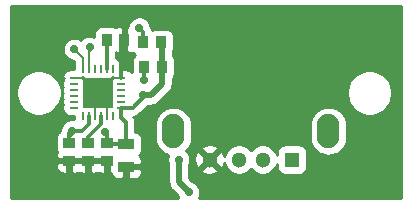
<source format=gtl>
G04 #@! TF.GenerationSoftware,KiCad,Pcbnew,5.1.9-73d0e3b20d~88~ubuntu18.04.1*
G04 #@! TF.CreationDate,2021-03-21T21:20:43-07:00*
G04 #@! TF.ProjectId,accelgyro_mpu6050_d2br2,61636365-6c67-4797-926f-5f6d70753630,rev?*
G04 #@! TF.SameCoordinates,Original*
G04 #@! TF.FileFunction,Copper,L1,Top*
G04 #@! TF.FilePolarity,Positive*
%FSLAX46Y46*%
G04 Gerber Fmt 4.6, Leading zero omitted, Abs format (unit mm)*
G04 Created by KiCad (PCBNEW 5.1.9-73d0e3b20d~88~ubuntu18.04.1) date 2021-03-21 21:20:43*
%MOMM*%
%LPD*%
G01*
G04 APERTURE LIST*
G04 #@! TA.AperFunction,ComponentPad*
%ADD10R,1.300000X1.300000*%
G04 #@! TD*
G04 #@! TA.AperFunction,ComponentPad*
%ADD11C,1.300000*%
G04 #@! TD*
G04 #@! TA.AperFunction,ComponentPad*
%ADD12O,1.900000X2.900000*%
G04 #@! TD*
G04 #@! TA.AperFunction,SMDPad,CuDef*
%ADD13R,1.000760X0.899160*%
G04 #@! TD*
G04 #@! TA.AperFunction,SMDPad,CuDef*
%ADD14R,0.899160X1.000760*%
G04 #@! TD*
G04 #@! TA.AperFunction,SMDPad,CuDef*
%ADD15R,2.499360X2.499360*%
G04 #@! TD*
G04 #@! TA.AperFunction,SMDPad,CuDef*
%ADD16O,0.800100X0.248920*%
G04 #@! TD*
G04 #@! TA.AperFunction,SMDPad,CuDef*
%ADD17O,0.248920X0.800100*%
G04 #@! TD*
G04 #@! TA.AperFunction,ComponentPad*
%ADD18C,0.600000*%
G04 #@! TD*
G04 #@! TA.AperFunction,SMDPad,CuDef*
%ADD19R,1.397000X0.889000*%
G04 #@! TD*
G04 #@! TA.AperFunction,ViaPad*
%ADD20C,0.700000*%
G04 #@! TD*
G04 #@! TA.AperFunction,Conductor*
%ADD21C,0.300000*%
G04 #@! TD*
G04 #@! TA.AperFunction,Conductor*
%ADD22C,0.200000*%
G04 #@! TD*
G04 #@! TA.AperFunction,Conductor*
%ADD23C,0.500000*%
G04 #@! TD*
G04 #@! TA.AperFunction,Conductor*
%ADD24C,0.254000*%
G04 #@! TD*
G04 #@! TA.AperFunction,Conductor*
%ADD25C,0.150000*%
G04 #@! TD*
G04 APERTURE END LIST*
D10*
X159456000Y-105648000D03*
D11*
X156956000Y-105648000D03*
X154956000Y-105648000D03*
X152456000Y-105648000D03*
D12*
X162526000Y-103248000D03*
X149386000Y-103248000D03*
D13*
X140600000Y-105751840D03*
X140600000Y-104248160D03*
D14*
X145251840Y-95500000D03*
X143748160Y-95500000D03*
D13*
X142200000Y-105751840D03*
X142200000Y-104248160D03*
X143800000Y-105751840D03*
X143800000Y-104248160D03*
D15*
X143000000Y-100000000D03*
D16*
X141001020Y-98750320D03*
X141001020Y-99250700D03*
X141001020Y-99751080D03*
X141001020Y-100248920D03*
X141001020Y-100749300D03*
X141001020Y-101249680D03*
D17*
X141750320Y-101998980D03*
X142250700Y-101998980D03*
X142751080Y-101998980D03*
X143248920Y-101998980D03*
X143749300Y-101998980D03*
X144249680Y-101998980D03*
D16*
X144998980Y-101249680D03*
X144998980Y-100749300D03*
X144998980Y-100248920D03*
X144998980Y-99751080D03*
X144998980Y-99250700D03*
X144998980Y-98750320D03*
D17*
X144249680Y-98001020D03*
X143749300Y-98001020D03*
X143248920Y-98001020D03*
X142751080Y-98001020D03*
X142250700Y-98001020D03*
X141750320Y-98001020D03*
D18*
X143000000Y-100000000D03*
X143762000Y-99238000D03*
X142238000Y-99238000D03*
X143762000Y-100762000D03*
X142238000Y-100762000D03*
D19*
X145400000Y-104347500D03*
X145400000Y-106252500D03*
D14*
X146948160Y-97800000D03*
X148451840Y-97800000D03*
X148351840Y-95700000D03*
X146848160Y-95700000D03*
D20*
X142300000Y-96150000D03*
X146900000Y-98900000D03*
X141000000Y-96300000D03*
X146500000Y-94500000D03*
X146800000Y-100200000D03*
X143600000Y-103300000D03*
X140800000Y-103200000D03*
X149860000Y-105664000D03*
X150680000Y-108400000D03*
D21*
X144249680Y-98750320D02*
X143000000Y-100000000D01*
X141750320Y-98750320D02*
X143000000Y-100000000D01*
D22*
X143149250Y-100000000D02*
X143000000Y-100000000D01*
X144398930Y-98750320D02*
X143149250Y-100000000D01*
X144998980Y-98750320D02*
X144398930Y-98750320D01*
X141750320Y-98750320D02*
X142238000Y-99238000D01*
X141001020Y-98750320D02*
X141750320Y-98750320D01*
X142751080Y-100248920D02*
X143000000Y-100000000D01*
X142751080Y-101998980D02*
X142751080Y-100248920D01*
X143749300Y-100749300D02*
X143000000Y-100000000D01*
X143749300Y-101998980D02*
X143749300Y-100749300D01*
D23*
X145400000Y-107197000D02*
X145400000Y-106252500D01*
X145400000Y-107197000D02*
X145147000Y-107450000D01*
X143800000Y-107200000D02*
X143800000Y-105751840D01*
X144050000Y-107450000D02*
X143800000Y-107200000D01*
X144550000Y-107450000D02*
X144050000Y-107450000D01*
X145147000Y-107450000D02*
X144550000Y-107450000D01*
X142200000Y-107200000D02*
X142200000Y-105751840D01*
X142450000Y-107450000D02*
X142200000Y-107200000D01*
X143300000Y-107450000D02*
X142450000Y-107450000D01*
X143300000Y-107450000D02*
X141250000Y-107450000D01*
X144550000Y-107450000D02*
X143300000Y-107450000D01*
X140600000Y-106800000D02*
X140600000Y-105751840D01*
X141250000Y-107450000D02*
X140600000Y-106800000D01*
D21*
X144998980Y-95752860D02*
X145251840Y-95500000D01*
X144998980Y-98750320D02*
X144998980Y-95752860D01*
D22*
X142300000Y-96150000D02*
X142250700Y-96899300D01*
X142250700Y-96899300D02*
X142250700Y-98001020D01*
D21*
X146948160Y-97800000D02*
X146900000Y-98900000D01*
D22*
X141000000Y-96300000D02*
X141750320Y-97050320D01*
X141750320Y-97050320D02*
X141750320Y-98001020D01*
D21*
X146848160Y-95700000D02*
X146848160Y-94848160D01*
X146848160Y-94848160D02*
X146500000Y-94500000D01*
X140600000Y-104248160D02*
X140600000Y-103400000D01*
X143800000Y-103500000D02*
X143800000Y-104248160D01*
X143600000Y-103300000D02*
X143800000Y-103500000D01*
X140600000Y-103400000D02*
X140800000Y-103200000D01*
X144998980Y-101249680D02*
X145950320Y-101249680D01*
X145950320Y-101249680D02*
X146900000Y-100300000D01*
X140600000Y-103700000D02*
X140600000Y-104248160D01*
X141100000Y-103200000D02*
X140600000Y-103700000D01*
X141700000Y-103200000D02*
X141100000Y-103200000D01*
X142250700Y-102649300D02*
X141700000Y-103200000D01*
X142250700Y-101998980D02*
X142250700Y-102649300D01*
X143899340Y-104347500D02*
X143800000Y-104248160D01*
X145400000Y-104347500D02*
X143899340Y-104347500D01*
X145400000Y-102500000D02*
X145400000Y-104347500D01*
X144998980Y-102098980D02*
X145400000Y-102500000D01*
X144998980Y-101249680D02*
X144998980Y-102098980D01*
D23*
X146800000Y-100200000D02*
X147500000Y-100200000D01*
X148451840Y-99248160D02*
X148451840Y-97800000D01*
X147500000Y-100200000D02*
X148451840Y-99248160D01*
X148451840Y-95800000D02*
X148351840Y-95700000D01*
X148451840Y-97800000D02*
X148451840Y-95800000D01*
D21*
X143749300Y-95501140D02*
X143748160Y-95500000D01*
X143749300Y-98001020D02*
X143749300Y-95501140D01*
X142200000Y-103700000D02*
X142200000Y-104248160D01*
X143248920Y-102651080D02*
X142200000Y-103700000D01*
X143248920Y-101998980D02*
X143248920Y-102651080D01*
D23*
X149860000Y-107580000D02*
X150680000Y-108400000D01*
X149860000Y-105664000D02*
X149860000Y-107580000D01*
D24*
X168673000Y-108873000D02*
X151538979Y-108873000D01*
X151545806Y-108862783D01*
X151619454Y-108684980D01*
X151657000Y-108496226D01*
X151657000Y-108303774D01*
X151619454Y-108115020D01*
X151545806Y-107937217D01*
X151438885Y-107777199D01*
X151302801Y-107641115D01*
X151142783Y-107534194D01*
X150992006Y-107471741D01*
X150737000Y-107216735D01*
X150737000Y-106533527D01*
X151750078Y-106533527D01*
X151803466Y-106762201D01*
X152033374Y-106868095D01*
X152279524Y-106927102D01*
X152532455Y-106936952D01*
X152782449Y-106897270D01*
X153019896Y-106809578D01*
X153108534Y-106762201D01*
X153161922Y-106533527D01*
X152456000Y-105827605D01*
X151750078Y-106533527D01*
X150737000Y-106533527D01*
X150737000Y-106099758D01*
X150799454Y-105948980D01*
X150837000Y-105760226D01*
X150837000Y-105724455D01*
X151167048Y-105724455D01*
X151206730Y-105974449D01*
X151294422Y-106211896D01*
X151341799Y-106300534D01*
X151570473Y-106353922D01*
X152276395Y-105648000D01*
X152635605Y-105648000D01*
X153341527Y-106353922D01*
X153570201Y-106300534D01*
X153676095Y-106070626D01*
X153709953Y-105929386D01*
X153728074Y-106020487D01*
X153824337Y-106252886D01*
X153964089Y-106462040D01*
X154141960Y-106639911D01*
X154351114Y-106779663D01*
X154583513Y-106875926D01*
X154830226Y-106925000D01*
X155081774Y-106925000D01*
X155328487Y-106875926D01*
X155560886Y-106779663D01*
X155770040Y-106639911D01*
X155947911Y-106462040D01*
X155956000Y-106449934D01*
X155964089Y-106462040D01*
X156141960Y-106639911D01*
X156351114Y-106779663D01*
X156583513Y-106875926D01*
X156830226Y-106925000D01*
X157081774Y-106925000D01*
X157328487Y-106875926D01*
X157560886Y-106779663D01*
X157770040Y-106639911D01*
X157947911Y-106462040D01*
X158087663Y-106252886D01*
X158175967Y-106039702D01*
X158175967Y-106298000D01*
X158188073Y-106420913D01*
X158223925Y-106539103D01*
X158282147Y-106648028D01*
X158360499Y-106743501D01*
X158455972Y-106821853D01*
X158564897Y-106880075D01*
X158683087Y-106915927D01*
X158806000Y-106928033D01*
X160106000Y-106928033D01*
X160228913Y-106915927D01*
X160347103Y-106880075D01*
X160456028Y-106821853D01*
X160551501Y-106743501D01*
X160629853Y-106648028D01*
X160688075Y-106539103D01*
X160723927Y-106420913D01*
X160736033Y-106298000D01*
X160736033Y-104998000D01*
X160723927Y-104875087D01*
X160688075Y-104756897D01*
X160629853Y-104647972D01*
X160551501Y-104552499D01*
X160456028Y-104474147D01*
X160347103Y-104415925D01*
X160228913Y-104380073D01*
X160106000Y-104367967D01*
X158806000Y-104367967D01*
X158683087Y-104380073D01*
X158564897Y-104415925D01*
X158455972Y-104474147D01*
X158360499Y-104552499D01*
X158282147Y-104647972D01*
X158223925Y-104756897D01*
X158188073Y-104875087D01*
X158175967Y-104998000D01*
X158175967Y-105256298D01*
X158087663Y-105043114D01*
X157947911Y-104833960D01*
X157770040Y-104656089D01*
X157560886Y-104516337D01*
X157328487Y-104420074D01*
X157081774Y-104371000D01*
X156830226Y-104371000D01*
X156583513Y-104420074D01*
X156351114Y-104516337D01*
X156141960Y-104656089D01*
X155964089Y-104833960D01*
X155956000Y-104846066D01*
X155947911Y-104833960D01*
X155770040Y-104656089D01*
X155560886Y-104516337D01*
X155328487Y-104420074D01*
X155081774Y-104371000D01*
X154830226Y-104371000D01*
X154583513Y-104420074D01*
X154351114Y-104516337D01*
X154141960Y-104656089D01*
X153964089Y-104833960D01*
X153824337Y-105043114D01*
X153728074Y-105275513D01*
X153711327Y-105359708D01*
X153705270Y-105321551D01*
X153617578Y-105084104D01*
X153570201Y-104995466D01*
X153341527Y-104942078D01*
X152635605Y-105648000D01*
X152276395Y-105648000D01*
X151570473Y-104942078D01*
X151341799Y-104995466D01*
X151235905Y-105225374D01*
X151176898Y-105471524D01*
X151167048Y-105724455D01*
X150837000Y-105724455D01*
X150837000Y-105567774D01*
X150799454Y-105379020D01*
X150725806Y-105201217D01*
X150618885Y-105041199D01*
X150482801Y-104905115D01*
X150471275Y-104897414D01*
X150506503Y-104868503D01*
X150593519Y-104762473D01*
X151750078Y-104762473D01*
X152456000Y-105468395D01*
X153161922Y-104762473D01*
X153108534Y-104533799D01*
X152878626Y-104427905D01*
X152632476Y-104368898D01*
X152379545Y-104359048D01*
X152129551Y-104398730D01*
X151892104Y-104486422D01*
X151803466Y-104533799D01*
X151750078Y-104762473D01*
X150593519Y-104762473D01*
X150703572Y-104628373D01*
X150850007Y-104354412D01*
X150940182Y-104057146D01*
X150963000Y-103825469D01*
X150963000Y-102670532D01*
X160949000Y-102670532D01*
X160949000Y-103825469D01*
X160971818Y-104057146D01*
X161061993Y-104354412D01*
X161208428Y-104628373D01*
X161405498Y-104868503D01*
X161645628Y-105065572D01*
X161919589Y-105212007D01*
X162216855Y-105302182D01*
X162526000Y-105332630D01*
X162835146Y-105302182D01*
X163132412Y-105212007D01*
X163406373Y-105065572D01*
X163646503Y-104868503D01*
X163843572Y-104628373D01*
X163990007Y-104354412D01*
X164080182Y-104057146D01*
X164103000Y-103825469D01*
X164103000Y-102670531D01*
X164080182Y-102438854D01*
X163990007Y-102141588D01*
X163843572Y-101867627D01*
X163646503Y-101627497D01*
X163406372Y-101430428D01*
X163132411Y-101283993D01*
X162835145Y-101193818D01*
X162526000Y-101163370D01*
X162216854Y-101193818D01*
X161919588Y-101283993D01*
X161645627Y-101430428D01*
X161405497Y-101627497D01*
X161208428Y-101867628D01*
X161061993Y-102141589D01*
X160971818Y-102438855D01*
X160949000Y-102670532D01*
X150963000Y-102670532D01*
X150963000Y-102670531D01*
X150940182Y-102438854D01*
X150850007Y-102141588D01*
X150703572Y-101867627D01*
X150506503Y-101627497D01*
X150266373Y-101430428D01*
X149992412Y-101283993D01*
X149695146Y-101193818D01*
X149386000Y-101163370D01*
X149076855Y-101193818D01*
X148779589Y-101283993D01*
X148505628Y-101430428D01*
X148265498Y-101627497D01*
X148068428Y-101867627D01*
X147921993Y-102141588D01*
X147831818Y-102438854D01*
X147809000Y-102670531D01*
X147809000Y-103825468D01*
X147831818Y-104057145D01*
X147921993Y-104354411D01*
X148068428Y-104628372D01*
X148265497Y-104868503D01*
X148505627Y-105065572D01*
X148779588Y-105212007D01*
X148966268Y-105268636D01*
X148920546Y-105379020D01*
X148883000Y-105567774D01*
X148883000Y-105760226D01*
X148920546Y-105948980D01*
X148983000Y-106099759D01*
X148983001Y-107536911D01*
X148978757Y-107580000D01*
X148995690Y-107751922D01*
X149045838Y-107917236D01*
X149127274Y-108069592D01*
X149209406Y-108169671D01*
X149209409Y-108169674D01*
X149236868Y-108203133D01*
X149270327Y-108230592D01*
X149751741Y-108712006D01*
X149814194Y-108862783D01*
X149821021Y-108873000D01*
X135677000Y-108873000D01*
X135677000Y-106201420D01*
X139461548Y-106201420D01*
X139473808Y-106325902D01*
X139510118Y-106445600D01*
X139569083Y-106555914D01*
X139648435Y-106652605D01*
X139745126Y-106731957D01*
X139855440Y-106790922D01*
X139975138Y-106827232D01*
X140099620Y-106839492D01*
X140314250Y-106836420D01*
X140473000Y-106677670D01*
X140473000Y-105878840D01*
X140727000Y-105878840D01*
X140727000Y-106677670D01*
X140885750Y-106836420D01*
X141100380Y-106839492D01*
X141224862Y-106827232D01*
X141344560Y-106790922D01*
X141400000Y-106761288D01*
X141455440Y-106790922D01*
X141575138Y-106827232D01*
X141699620Y-106839492D01*
X141914250Y-106836420D01*
X142073000Y-106677670D01*
X142073000Y-105878840D01*
X142327000Y-105878840D01*
X142327000Y-106677670D01*
X142485750Y-106836420D01*
X142700380Y-106839492D01*
X142824862Y-106827232D01*
X142944560Y-106790922D01*
X143000000Y-106761288D01*
X143055440Y-106790922D01*
X143175138Y-106827232D01*
X143299620Y-106839492D01*
X143514250Y-106836420D01*
X143673000Y-106677670D01*
X143673000Y-105878840D01*
X142327000Y-105878840D01*
X142073000Y-105878840D01*
X140727000Y-105878840D01*
X140473000Y-105878840D01*
X139623370Y-105878840D01*
X139464620Y-106037590D01*
X139461548Y-106201420D01*
X135677000Y-106201420D01*
X135677000Y-105302260D01*
X139461548Y-105302260D01*
X139464620Y-105466090D01*
X139623370Y-105624840D01*
X140473000Y-105624840D01*
X140473000Y-105604840D01*
X140727000Y-105604840D01*
X140727000Y-105624840D01*
X142073000Y-105624840D01*
X142073000Y-105604840D01*
X142327000Y-105604840D01*
X142327000Y-105624840D01*
X143673000Y-105624840D01*
X143673000Y-105604840D01*
X143927000Y-105604840D01*
X143927000Y-105624840D01*
X143947000Y-105624840D01*
X143947000Y-105878840D01*
X143927000Y-105878840D01*
X143927000Y-106677670D01*
X144077811Y-106828481D01*
X144111998Y-106941180D01*
X144170963Y-107051494D01*
X144250315Y-107148185D01*
X144347006Y-107227537D01*
X144457320Y-107286502D01*
X144577018Y-107322812D01*
X144701500Y-107335072D01*
X145114250Y-107332000D01*
X145273000Y-107173250D01*
X145273000Y-106379500D01*
X145527000Y-106379500D01*
X145527000Y-107173250D01*
X145685750Y-107332000D01*
X146098500Y-107335072D01*
X146222982Y-107322812D01*
X146342680Y-107286502D01*
X146452994Y-107227537D01*
X146549685Y-107148185D01*
X146629037Y-107051494D01*
X146688002Y-106941180D01*
X146724312Y-106821482D01*
X146736572Y-106697000D01*
X146733500Y-106538250D01*
X146574750Y-106379500D01*
X145527000Y-106379500D01*
X145273000Y-106379500D01*
X145253000Y-106379500D01*
X145253000Y-106125500D01*
X145273000Y-106125500D01*
X145273000Y-106105500D01*
X145527000Y-106105500D01*
X145527000Y-106125500D01*
X146574750Y-106125500D01*
X146733500Y-105966750D01*
X146736572Y-105808000D01*
X146724312Y-105683518D01*
X146688002Y-105563820D01*
X146629037Y-105453506D01*
X146549685Y-105356815D01*
X146474150Y-105294825D01*
X146544001Y-105237501D01*
X146622353Y-105142028D01*
X146680575Y-105033103D01*
X146716427Y-104914913D01*
X146728533Y-104792000D01*
X146728533Y-103903000D01*
X146716427Y-103780087D01*
X146680575Y-103661897D01*
X146622353Y-103552972D01*
X146544001Y-103457499D01*
X146448528Y-103379147D01*
X146339603Y-103320925D01*
X146221413Y-103285073D01*
X146177000Y-103280699D01*
X146177000Y-102538163D01*
X146180759Y-102500000D01*
X146174959Y-102441115D01*
X146165757Y-102347681D01*
X146121327Y-102201216D01*
X146049177Y-102066234D01*
X146014605Y-102024108D01*
X146102639Y-102015437D01*
X146249104Y-101971007D01*
X146384086Y-101898857D01*
X146502400Y-101801760D01*
X146526732Y-101772111D01*
X147212005Y-101086839D01*
X147235758Y-101077000D01*
X147456921Y-101077000D01*
X147500000Y-101081243D01*
X147543079Y-101077000D01*
X147671922Y-101064310D01*
X147837237Y-101014162D01*
X147989592Y-100932727D01*
X148123133Y-100823133D01*
X148150596Y-100789669D01*
X149041515Y-99898751D01*
X149074973Y-99871293D01*
X149125104Y-99810207D01*
X164073000Y-99810207D01*
X164073000Y-100189793D01*
X164147053Y-100562085D01*
X164292315Y-100912777D01*
X164503201Y-101228391D01*
X164771609Y-101496799D01*
X165087223Y-101707685D01*
X165437915Y-101852947D01*
X165810207Y-101927000D01*
X166189793Y-101927000D01*
X166562085Y-101852947D01*
X166912777Y-101707685D01*
X167228391Y-101496799D01*
X167496799Y-101228391D01*
X167707685Y-100912777D01*
X167852947Y-100562085D01*
X167927000Y-100189793D01*
X167927000Y-99810207D01*
X167852947Y-99437915D01*
X167707685Y-99087223D01*
X167496799Y-98771609D01*
X167228391Y-98503201D01*
X166912777Y-98292315D01*
X166562085Y-98147053D01*
X166189793Y-98073000D01*
X165810207Y-98073000D01*
X165437915Y-98147053D01*
X165087223Y-98292315D01*
X164771609Y-98503201D01*
X164503201Y-98771609D01*
X164292315Y-99087223D01*
X164147053Y-99437915D01*
X164073000Y-99810207D01*
X149125104Y-99810207D01*
X149184567Y-99737752D01*
X149266002Y-99585397D01*
X149301835Y-99467273D01*
X149316150Y-99420083D01*
X149333083Y-99248161D01*
X149328840Y-99205081D01*
X149328840Y-98760720D01*
X149346921Y-98745881D01*
X149425273Y-98650408D01*
X149483495Y-98541483D01*
X149519347Y-98423293D01*
X149531453Y-98300380D01*
X149531453Y-97299620D01*
X149519347Y-97176707D01*
X149483495Y-97058517D01*
X149425273Y-96949592D01*
X149346921Y-96854119D01*
X149328840Y-96839280D01*
X149328840Y-96543735D01*
X149383495Y-96441483D01*
X149419347Y-96323293D01*
X149431453Y-96200380D01*
X149431453Y-95199620D01*
X149419347Y-95076707D01*
X149383495Y-94958517D01*
X149325273Y-94849592D01*
X149246921Y-94754119D01*
X149151448Y-94675767D01*
X149042523Y-94617545D01*
X148924333Y-94581693D01*
X148801420Y-94569587D01*
X147902260Y-94569587D01*
X147779347Y-94581693D01*
X147661157Y-94617545D01*
X147600071Y-94650196D01*
X147569487Y-94549376D01*
X147526569Y-94469083D01*
X147497338Y-94414395D01*
X147473282Y-94385083D01*
X147439454Y-94215020D01*
X147365806Y-94037217D01*
X147258885Y-93877199D01*
X147122801Y-93741115D01*
X146962783Y-93634194D01*
X146784980Y-93560546D01*
X146596226Y-93523000D01*
X146403774Y-93523000D01*
X146215020Y-93560546D01*
X146037217Y-93634194D01*
X145877199Y-93741115D01*
X145741115Y-93877199D01*
X145634194Y-94037217D01*
X145560546Y-94215020D01*
X145529099Y-94373111D01*
X145378840Y-94523370D01*
X145378840Y-95373000D01*
X145398840Y-95373000D01*
X145398840Y-95627000D01*
X145378840Y-95627000D01*
X145378840Y-96476630D01*
X145537590Y-96635380D01*
X145701420Y-96638452D01*
X145825902Y-96626192D01*
X145914792Y-96599228D01*
X145953079Y-96645881D01*
X146048552Y-96724233D01*
X146147137Y-96776928D01*
X146053079Y-96854119D01*
X145974727Y-96949592D01*
X145916505Y-97058517D01*
X145880653Y-97176707D01*
X145868547Y-97299620D01*
X145868547Y-98265494D01*
X145802100Y-98189409D01*
X145682535Y-98097271D01*
X145547293Y-98030229D01*
X145401570Y-97990860D01*
X145001140Y-97990860D01*
X145001140Y-97688523D01*
X144990266Y-97578118D01*
X144947297Y-97436468D01*
X144877519Y-97305922D01*
X144783613Y-97191497D01*
X144669188Y-97097591D01*
X144538642Y-97027813D01*
X144526300Y-97024069D01*
X144526300Y-96572895D01*
X144558080Y-96589882D01*
X144677778Y-96626192D01*
X144802260Y-96638452D01*
X144966090Y-96635380D01*
X145124840Y-96476630D01*
X145124840Y-95627000D01*
X145104840Y-95627000D01*
X145104840Y-95373000D01*
X145124840Y-95373000D01*
X145124840Y-94523370D01*
X144966090Y-94364620D01*
X144802260Y-94361548D01*
X144677778Y-94373808D01*
X144558080Y-94410118D01*
X144491514Y-94445699D01*
X144438843Y-94417545D01*
X144320653Y-94381693D01*
X144197740Y-94369587D01*
X143298580Y-94369587D01*
X143175667Y-94381693D01*
X143057477Y-94417545D01*
X142948552Y-94475767D01*
X142853079Y-94554119D01*
X142774727Y-94649592D01*
X142716505Y-94758517D01*
X142680653Y-94876707D01*
X142668547Y-94999620D01*
X142668547Y-95245160D01*
X142584980Y-95210546D01*
X142396226Y-95173000D01*
X142203774Y-95173000D01*
X142015020Y-95210546D01*
X141837217Y-95284194D01*
X141677199Y-95391115D01*
X141565492Y-95502822D01*
X141462783Y-95434194D01*
X141284980Y-95360546D01*
X141096226Y-95323000D01*
X140903774Y-95323000D01*
X140715020Y-95360546D01*
X140537217Y-95434194D01*
X140377199Y-95541115D01*
X140241115Y-95677199D01*
X140134194Y-95837217D01*
X140060546Y-96015020D01*
X140023000Y-96203774D01*
X140023000Y-96396226D01*
X140060546Y-96584980D01*
X140134194Y-96762783D01*
X140241115Y-96922801D01*
X140377199Y-97058885D01*
X140537217Y-97165806D01*
X140715020Y-97239454D01*
X140903774Y-97277000D01*
X140948867Y-97277000D01*
X141023320Y-97351454D01*
X141023321Y-97533329D01*
X141009734Y-97578118D01*
X140998860Y-97688523D01*
X140998860Y-97990860D01*
X140598430Y-97990860D01*
X140452707Y-98030229D01*
X140317465Y-98097271D01*
X140197900Y-98189409D01*
X140098608Y-98303103D01*
X140023405Y-98433983D01*
X139975320Y-98631514D01*
X140124720Y-98750320D01*
X139975320Y-98869126D01*
X140011198Y-99016511D01*
X139984844Y-99103388D01*
X139970335Y-99250700D01*
X139984844Y-99398012D01*
X140016052Y-99500890D01*
X139984844Y-99603768D01*
X139970335Y-99751080D01*
X139984844Y-99898392D01*
X140015666Y-100000000D01*
X139984844Y-100101608D01*
X139970335Y-100248920D01*
X139984844Y-100396232D01*
X140016052Y-100499110D01*
X139984844Y-100601988D01*
X139970335Y-100749300D01*
X139984844Y-100896612D01*
X140016052Y-100999490D01*
X139984844Y-101102368D01*
X139970335Y-101249680D01*
X139984844Y-101396992D01*
X140027813Y-101538642D01*
X140097591Y-101669188D01*
X140191497Y-101783613D01*
X140305922Y-101877519D01*
X140436468Y-101947297D01*
X140578118Y-101990266D01*
X140688523Y-102001140D01*
X140998860Y-102001140D01*
X140998860Y-102243415D01*
X140896226Y-102223000D01*
X140703774Y-102223000D01*
X140515020Y-102260546D01*
X140337217Y-102334194D01*
X140177199Y-102441115D01*
X140041115Y-102577199D01*
X139934194Y-102737217D01*
X139860546Y-102915020D01*
X139823000Y-103103774D01*
X139823000Y-103235489D01*
X139749592Y-103274727D01*
X139654119Y-103353079D01*
X139575767Y-103448552D01*
X139517545Y-103557477D01*
X139481693Y-103675667D01*
X139469587Y-103798580D01*
X139469587Y-104697740D01*
X139481693Y-104820653D01*
X139517545Y-104938843D01*
X139545699Y-104991514D01*
X139510118Y-105058080D01*
X139473808Y-105177778D01*
X139461548Y-105302260D01*
X135677000Y-105302260D01*
X135677000Y-99810207D01*
X136073000Y-99810207D01*
X136073000Y-100189793D01*
X136147053Y-100562085D01*
X136292315Y-100912777D01*
X136503201Y-101228391D01*
X136771609Y-101496799D01*
X137087223Y-101707685D01*
X137437915Y-101852947D01*
X137810207Y-101927000D01*
X138189793Y-101927000D01*
X138562085Y-101852947D01*
X138912777Y-101707685D01*
X139228391Y-101496799D01*
X139496799Y-101228391D01*
X139707685Y-100912777D01*
X139852947Y-100562085D01*
X139927000Y-100189793D01*
X139927000Y-99810207D01*
X139852947Y-99437915D01*
X139707685Y-99087223D01*
X139496799Y-98771609D01*
X139228391Y-98503201D01*
X138912777Y-98292315D01*
X138562085Y-98147053D01*
X138189793Y-98073000D01*
X137810207Y-98073000D01*
X137437915Y-98147053D01*
X137087223Y-98292315D01*
X136771609Y-98503201D01*
X136503201Y-98771609D01*
X136292315Y-99087223D01*
X136147053Y-99437915D01*
X136073000Y-99810207D01*
X135677000Y-99810207D01*
X135677000Y-92677000D01*
X168673000Y-92677000D01*
X168673000Y-108873000D01*
G04 #@! TA.AperFunction,Conductor*
D25*
G36*
X168673000Y-108873000D02*
G01*
X151538979Y-108873000D01*
X151545806Y-108862783D01*
X151619454Y-108684980D01*
X151657000Y-108496226D01*
X151657000Y-108303774D01*
X151619454Y-108115020D01*
X151545806Y-107937217D01*
X151438885Y-107777199D01*
X151302801Y-107641115D01*
X151142783Y-107534194D01*
X150992006Y-107471741D01*
X150737000Y-107216735D01*
X150737000Y-106533527D01*
X151750078Y-106533527D01*
X151803466Y-106762201D01*
X152033374Y-106868095D01*
X152279524Y-106927102D01*
X152532455Y-106936952D01*
X152782449Y-106897270D01*
X153019896Y-106809578D01*
X153108534Y-106762201D01*
X153161922Y-106533527D01*
X152456000Y-105827605D01*
X151750078Y-106533527D01*
X150737000Y-106533527D01*
X150737000Y-106099758D01*
X150799454Y-105948980D01*
X150837000Y-105760226D01*
X150837000Y-105724455D01*
X151167048Y-105724455D01*
X151206730Y-105974449D01*
X151294422Y-106211896D01*
X151341799Y-106300534D01*
X151570473Y-106353922D01*
X152276395Y-105648000D01*
X152635605Y-105648000D01*
X153341527Y-106353922D01*
X153570201Y-106300534D01*
X153676095Y-106070626D01*
X153709953Y-105929386D01*
X153728074Y-106020487D01*
X153824337Y-106252886D01*
X153964089Y-106462040D01*
X154141960Y-106639911D01*
X154351114Y-106779663D01*
X154583513Y-106875926D01*
X154830226Y-106925000D01*
X155081774Y-106925000D01*
X155328487Y-106875926D01*
X155560886Y-106779663D01*
X155770040Y-106639911D01*
X155947911Y-106462040D01*
X155956000Y-106449934D01*
X155964089Y-106462040D01*
X156141960Y-106639911D01*
X156351114Y-106779663D01*
X156583513Y-106875926D01*
X156830226Y-106925000D01*
X157081774Y-106925000D01*
X157328487Y-106875926D01*
X157560886Y-106779663D01*
X157770040Y-106639911D01*
X157947911Y-106462040D01*
X158087663Y-106252886D01*
X158175967Y-106039702D01*
X158175967Y-106298000D01*
X158188073Y-106420913D01*
X158223925Y-106539103D01*
X158282147Y-106648028D01*
X158360499Y-106743501D01*
X158455972Y-106821853D01*
X158564897Y-106880075D01*
X158683087Y-106915927D01*
X158806000Y-106928033D01*
X160106000Y-106928033D01*
X160228913Y-106915927D01*
X160347103Y-106880075D01*
X160456028Y-106821853D01*
X160551501Y-106743501D01*
X160629853Y-106648028D01*
X160688075Y-106539103D01*
X160723927Y-106420913D01*
X160736033Y-106298000D01*
X160736033Y-104998000D01*
X160723927Y-104875087D01*
X160688075Y-104756897D01*
X160629853Y-104647972D01*
X160551501Y-104552499D01*
X160456028Y-104474147D01*
X160347103Y-104415925D01*
X160228913Y-104380073D01*
X160106000Y-104367967D01*
X158806000Y-104367967D01*
X158683087Y-104380073D01*
X158564897Y-104415925D01*
X158455972Y-104474147D01*
X158360499Y-104552499D01*
X158282147Y-104647972D01*
X158223925Y-104756897D01*
X158188073Y-104875087D01*
X158175967Y-104998000D01*
X158175967Y-105256298D01*
X158087663Y-105043114D01*
X157947911Y-104833960D01*
X157770040Y-104656089D01*
X157560886Y-104516337D01*
X157328487Y-104420074D01*
X157081774Y-104371000D01*
X156830226Y-104371000D01*
X156583513Y-104420074D01*
X156351114Y-104516337D01*
X156141960Y-104656089D01*
X155964089Y-104833960D01*
X155956000Y-104846066D01*
X155947911Y-104833960D01*
X155770040Y-104656089D01*
X155560886Y-104516337D01*
X155328487Y-104420074D01*
X155081774Y-104371000D01*
X154830226Y-104371000D01*
X154583513Y-104420074D01*
X154351114Y-104516337D01*
X154141960Y-104656089D01*
X153964089Y-104833960D01*
X153824337Y-105043114D01*
X153728074Y-105275513D01*
X153711327Y-105359708D01*
X153705270Y-105321551D01*
X153617578Y-105084104D01*
X153570201Y-104995466D01*
X153341527Y-104942078D01*
X152635605Y-105648000D01*
X152276395Y-105648000D01*
X151570473Y-104942078D01*
X151341799Y-104995466D01*
X151235905Y-105225374D01*
X151176898Y-105471524D01*
X151167048Y-105724455D01*
X150837000Y-105724455D01*
X150837000Y-105567774D01*
X150799454Y-105379020D01*
X150725806Y-105201217D01*
X150618885Y-105041199D01*
X150482801Y-104905115D01*
X150471275Y-104897414D01*
X150506503Y-104868503D01*
X150593519Y-104762473D01*
X151750078Y-104762473D01*
X152456000Y-105468395D01*
X153161922Y-104762473D01*
X153108534Y-104533799D01*
X152878626Y-104427905D01*
X152632476Y-104368898D01*
X152379545Y-104359048D01*
X152129551Y-104398730D01*
X151892104Y-104486422D01*
X151803466Y-104533799D01*
X151750078Y-104762473D01*
X150593519Y-104762473D01*
X150703572Y-104628373D01*
X150850007Y-104354412D01*
X150940182Y-104057146D01*
X150963000Y-103825469D01*
X150963000Y-102670532D01*
X160949000Y-102670532D01*
X160949000Y-103825469D01*
X160971818Y-104057146D01*
X161061993Y-104354412D01*
X161208428Y-104628373D01*
X161405498Y-104868503D01*
X161645628Y-105065572D01*
X161919589Y-105212007D01*
X162216855Y-105302182D01*
X162526000Y-105332630D01*
X162835146Y-105302182D01*
X163132412Y-105212007D01*
X163406373Y-105065572D01*
X163646503Y-104868503D01*
X163843572Y-104628373D01*
X163990007Y-104354412D01*
X164080182Y-104057146D01*
X164103000Y-103825469D01*
X164103000Y-102670531D01*
X164080182Y-102438854D01*
X163990007Y-102141588D01*
X163843572Y-101867627D01*
X163646503Y-101627497D01*
X163406372Y-101430428D01*
X163132411Y-101283993D01*
X162835145Y-101193818D01*
X162526000Y-101163370D01*
X162216854Y-101193818D01*
X161919588Y-101283993D01*
X161645627Y-101430428D01*
X161405497Y-101627497D01*
X161208428Y-101867628D01*
X161061993Y-102141589D01*
X160971818Y-102438855D01*
X160949000Y-102670532D01*
X150963000Y-102670532D01*
X150963000Y-102670531D01*
X150940182Y-102438854D01*
X150850007Y-102141588D01*
X150703572Y-101867627D01*
X150506503Y-101627497D01*
X150266373Y-101430428D01*
X149992412Y-101283993D01*
X149695146Y-101193818D01*
X149386000Y-101163370D01*
X149076855Y-101193818D01*
X148779589Y-101283993D01*
X148505628Y-101430428D01*
X148265498Y-101627497D01*
X148068428Y-101867627D01*
X147921993Y-102141588D01*
X147831818Y-102438854D01*
X147809000Y-102670531D01*
X147809000Y-103825468D01*
X147831818Y-104057145D01*
X147921993Y-104354411D01*
X148068428Y-104628372D01*
X148265497Y-104868503D01*
X148505627Y-105065572D01*
X148779588Y-105212007D01*
X148966268Y-105268636D01*
X148920546Y-105379020D01*
X148883000Y-105567774D01*
X148883000Y-105760226D01*
X148920546Y-105948980D01*
X148983000Y-106099759D01*
X148983001Y-107536911D01*
X148978757Y-107580000D01*
X148995690Y-107751922D01*
X149045838Y-107917236D01*
X149127274Y-108069592D01*
X149209406Y-108169671D01*
X149209409Y-108169674D01*
X149236868Y-108203133D01*
X149270327Y-108230592D01*
X149751741Y-108712006D01*
X149814194Y-108862783D01*
X149821021Y-108873000D01*
X135677000Y-108873000D01*
X135677000Y-106201420D01*
X139461548Y-106201420D01*
X139473808Y-106325902D01*
X139510118Y-106445600D01*
X139569083Y-106555914D01*
X139648435Y-106652605D01*
X139745126Y-106731957D01*
X139855440Y-106790922D01*
X139975138Y-106827232D01*
X140099620Y-106839492D01*
X140314250Y-106836420D01*
X140473000Y-106677670D01*
X140473000Y-105878840D01*
X140727000Y-105878840D01*
X140727000Y-106677670D01*
X140885750Y-106836420D01*
X141100380Y-106839492D01*
X141224862Y-106827232D01*
X141344560Y-106790922D01*
X141400000Y-106761288D01*
X141455440Y-106790922D01*
X141575138Y-106827232D01*
X141699620Y-106839492D01*
X141914250Y-106836420D01*
X142073000Y-106677670D01*
X142073000Y-105878840D01*
X142327000Y-105878840D01*
X142327000Y-106677670D01*
X142485750Y-106836420D01*
X142700380Y-106839492D01*
X142824862Y-106827232D01*
X142944560Y-106790922D01*
X143000000Y-106761288D01*
X143055440Y-106790922D01*
X143175138Y-106827232D01*
X143299620Y-106839492D01*
X143514250Y-106836420D01*
X143673000Y-106677670D01*
X143673000Y-105878840D01*
X142327000Y-105878840D01*
X142073000Y-105878840D01*
X140727000Y-105878840D01*
X140473000Y-105878840D01*
X139623370Y-105878840D01*
X139464620Y-106037590D01*
X139461548Y-106201420D01*
X135677000Y-106201420D01*
X135677000Y-105302260D01*
X139461548Y-105302260D01*
X139464620Y-105466090D01*
X139623370Y-105624840D01*
X140473000Y-105624840D01*
X140473000Y-105604840D01*
X140727000Y-105604840D01*
X140727000Y-105624840D01*
X142073000Y-105624840D01*
X142073000Y-105604840D01*
X142327000Y-105604840D01*
X142327000Y-105624840D01*
X143673000Y-105624840D01*
X143673000Y-105604840D01*
X143927000Y-105604840D01*
X143927000Y-105624840D01*
X143947000Y-105624840D01*
X143947000Y-105878840D01*
X143927000Y-105878840D01*
X143927000Y-106677670D01*
X144077811Y-106828481D01*
X144111998Y-106941180D01*
X144170963Y-107051494D01*
X144250315Y-107148185D01*
X144347006Y-107227537D01*
X144457320Y-107286502D01*
X144577018Y-107322812D01*
X144701500Y-107335072D01*
X145114250Y-107332000D01*
X145273000Y-107173250D01*
X145273000Y-106379500D01*
X145527000Y-106379500D01*
X145527000Y-107173250D01*
X145685750Y-107332000D01*
X146098500Y-107335072D01*
X146222982Y-107322812D01*
X146342680Y-107286502D01*
X146452994Y-107227537D01*
X146549685Y-107148185D01*
X146629037Y-107051494D01*
X146688002Y-106941180D01*
X146724312Y-106821482D01*
X146736572Y-106697000D01*
X146733500Y-106538250D01*
X146574750Y-106379500D01*
X145527000Y-106379500D01*
X145273000Y-106379500D01*
X145253000Y-106379500D01*
X145253000Y-106125500D01*
X145273000Y-106125500D01*
X145273000Y-106105500D01*
X145527000Y-106105500D01*
X145527000Y-106125500D01*
X146574750Y-106125500D01*
X146733500Y-105966750D01*
X146736572Y-105808000D01*
X146724312Y-105683518D01*
X146688002Y-105563820D01*
X146629037Y-105453506D01*
X146549685Y-105356815D01*
X146474150Y-105294825D01*
X146544001Y-105237501D01*
X146622353Y-105142028D01*
X146680575Y-105033103D01*
X146716427Y-104914913D01*
X146728533Y-104792000D01*
X146728533Y-103903000D01*
X146716427Y-103780087D01*
X146680575Y-103661897D01*
X146622353Y-103552972D01*
X146544001Y-103457499D01*
X146448528Y-103379147D01*
X146339603Y-103320925D01*
X146221413Y-103285073D01*
X146177000Y-103280699D01*
X146177000Y-102538163D01*
X146180759Y-102500000D01*
X146174959Y-102441115D01*
X146165757Y-102347681D01*
X146121327Y-102201216D01*
X146049177Y-102066234D01*
X146014605Y-102024108D01*
X146102639Y-102015437D01*
X146249104Y-101971007D01*
X146384086Y-101898857D01*
X146502400Y-101801760D01*
X146526732Y-101772111D01*
X147212005Y-101086839D01*
X147235758Y-101077000D01*
X147456921Y-101077000D01*
X147500000Y-101081243D01*
X147543079Y-101077000D01*
X147671922Y-101064310D01*
X147837237Y-101014162D01*
X147989592Y-100932727D01*
X148123133Y-100823133D01*
X148150596Y-100789669D01*
X149041515Y-99898751D01*
X149074973Y-99871293D01*
X149125104Y-99810207D01*
X164073000Y-99810207D01*
X164073000Y-100189793D01*
X164147053Y-100562085D01*
X164292315Y-100912777D01*
X164503201Y-101228391D01*
X164771609Y-101496799D01*
X165087223Y-101707685D01*
X165437915Y-101852947D01*
X165810207Y-101927000D01*
X166189793Y-101927000D01*
X166562085Y-101852947D01*
X166912777Y-101707685D01*
X167228391Y-101496799D01*
X167496799Y-101228391D01*
X167707685Y-100912777D01*
X167852947Y-100562085D01*
X167927000Y-100189793D01*
X167927000Y-99810207D01*
X167852947Y-99437915D01*
X167707685Y-99087223D01*
X167496799Y-98771609D01*
X167228391Y-98503201D01*
X166912777Y-98292315D01*
X166562085Y-98147053D01*
X166189793Y-98073000D01*
X165810207Y-98073000D01*
X165437915Y-98147053D01*
X165087223Y-98292315D01*
X164771609Y-98503201D01*
X164503201Y-98771609D01*
X164292315Y-99087223D01*
X164147053Y-99437915D01*
X164073000Y-99810207D01*
X149125104Y-99810207D01*
X149184567Y-99737752D01*
X149266002Y-99585397D01*
X149301835Y-99467273D01*
X149316150Y-99420083D01*
X149333083Y-99248161D01*
X149328840Y-99205081D01*
X149328840Y-98760720D01*
X149346921Y-98745881D01*
X149425273Y-98650408D01*
X149483495Y-98541483D01*
X149519347Y-98423293D01*
X149531453Y-98300380D01*
X149531453Y-97299620D01*
X149519347Y-97176707D01*
X149483495Y-97058517D01*
X149425273Y-96949592D01*
X149346921Y-96854119D01*
X149328840Y-96839280D01*
X149328840Y-96543735D01*
X149383495Y-96441483D01*
X149419347Y-96323293D01*
X149431453Y-96200380D01*
X149431453Y-95199620D01*
X149419347Y-95076707D01*
X149383495Y-94958517D01*
X149325273Y-94849592D01*
X149246921Y-94754119D01*
X149151448Y-94675767D01*
X149042523Y-94617545D01*
X148924333Y-94581693D01*
X148801420Y-94569587D01*
X147902260Y-94569587D01*
X147779347Y-94581693D01*
X147661157Y-94617545D01*
X147600071Y-94650196D01*
X147569487Y-94549376D01*
X147526569Y-94469083D01*
X147497338Y-94414395D01*
X147473282Y-94385083D01*
X147439454Y-94215020D01*
X147365806Y-94037217D01*
X147258885Y-93877199D01*
X147122801Y-93741115D01*
X146962783Y-93634194D01*
X146784980Y-93560546D01*
X146596226Y-93523000D01*
X146403774Y-93523000D01*
X146215020Y-93560546D01*
X146037217Y-93634194D01*
X145877199Y-93741115D01*
X145741115Y-93877199D01*
X145634194Y-94037217D01*
X145560546Y-94215020D01*
X145529099Y-94373111D01*
X145378840Y-94523370D01*
X145378840Y-95373000D01*
X145398840Y-95373000D01*
X145398840Y-95627000D01*
X145378840Y-95627000D01*
X145378840Y-96476630D01*
X145537590Y-96635380D01*
X145701420Y-96638452D01*
X145825902Y-96626192D01*
X145914792Y-96599228D01*
X145953079Y-96645881D01*
X146048552Y-96724233D01*
X146147137Y-96776928D01*
X146053079Y-96854119D01*
X145974727Y-96949592D01*
X145916505Y-97058517D01*
X145880653Y-97176707D01*
X145868547Y-97299620D01*
X145868547Y-98265494D01*
X145802100Y-98189409D01*
X145682535Y-98097271D01*
X145547293Y-98030229D01*
X145401570Y-97990860D01*
X145001140Y-97990860D01*
X145001140Y-97688523D01*
X144990266Y-97578118D01*
X144947297Y-97436468D01*
X144877519Y-97305922D01*
X144783613Y-97191497D01*
X144669188Y-97097591D01*
X144538642Y-97027813D01*
X144526300Y-97024069D01*
X144526300Y-96572895D01*
X144558080Y-96589882D01*
X144677778Y-96626192D01*
X144802260Y-96638452D01*
X144966090Y-96635380D01*
X145124840Y-96476630D01*
X145124840Y-95627000D01*
X145104840Y-95627000D01*
X145104840Y-95373000D01*
X145124840Y-95373000D01*
X145124840Y-94523370D01*
X144966090Y-94364620D01*
X144802260Y-94361548D01*
X144677778Y-94373808D01*
X144558080Y-94410118D01*
X144491514Y-94445699D01*
X144438843Y-94417545D01*
X144320653Y-94381693D01*
X144197740Y-94369587D01*
X143298580Y-94369587D01*
X143175667Y-94381693D01*
X143057477Y-94417545D01*
X142948552Y-94475767D01*
X142853079Y-94554119D01*
X142774727Y-94649592D01*
X142716505Y-94758517D01*
X142680653Y-94876707D01*
X142668547Y-94999620D01*
X142668547Y-95245160D01*
X142584980Y-95210546D01*
X142396226Y-95173000D01*
X142203774Y-95173000D01*
X142015020Y-95210546D01*
X141837217Y-95284194D01*
X141677199Y-95391115D01*
X141565492Y-95502822D01*
X141462783Y-95434194D01*
X141284980Y-95360546D01*
X141096226Y-95323000D01*
X140903774Y-95323000D01*
X140715020Y-95360546D01*
X140537217Y-95434194D01*
X140377199Y-95541115D01*
X140241115Y-95677199D01*
X140134194Y-95837217D01*
X140060546Y-96015020D01*
X140023000Y-96203774D01*
X140023000Y-96396226D01*
X140060546Y-96584980D01*
X140134194Y-96762783D01*
X140241115Y-96922801D01*
X140377199Y-97058885D01*
X140537217Y-97165806D01*
X140715020Y-97239454D01*
X140903774Y-97277000D01*
X140948867Y-97277000D01*
X141023320Y-97351454D01*
X141023321Y-97533329D01*
X141009734Y-97578118D01*
X140998860Y-97688523D01*
X140998860Y-97990860D01*
X140598430Y-97990860D01*
X140452707Y-98030229D01*
X140317465Y-98097271D01*
X140197900Y-98189409D01*
X140098608Y-98303103D01*
X140023405Y-98433983D01*
X139975320Y-98631514D01*
X140124720Y-98750320D01*
X139975320Y-98869126D01*
X140011198Y-99016511D01*
X139984844Y-99103388D01*
X139970335Y-99250700D01*
X139984844Y-99398012D01*
X140016052Y-99500890D01*
X139984844Y-99603768D01*
X139970335Y-99751080D01*
X139984844Y-99898392D01*
X140015666Y-100000000D01*
X139984844Y-100101608D01*
X139970335Y-100248920D01*
X139984844Y-100396232D01*
X140016052Y-100499110D01*
X139984844Y-100601988D01*
X139970335Y-100749300D01*
X139984844Y-100896612D01*
X140016052Y-100999490D01*
X139984844Y-101102368D01*
X139970335Y-101249680D01*
X139984844Y-101396992D01*
X140027813Y-101538642D01*
X140097591Y-101669188D01*
X140191497Y-101783613D01*
X140305922Y-101877519D01*
X140436468Y-101947297D01*
X140578118Y-101990266D01*
X140688523Y-102001140D01*
X140998860Y-102001140D01*
X140998860Y-102243415D01*
X140896226Y-102223000D01*
X140703774Y-102223000D01*
X140515020Y-102260546D01*
X140337217Y-102334194D01*
X140177199Y-102441115D01*
X140041115Y-102577199D01*
X139934194Y-102737217D01*
X139860546Y-102915020D01*
X139823000Y-103103774D01*
X139823000Y-103235489D01*
X139749592Y-103274727D01*
X139654119Y-103353079D01*
X139575767Y-103448552D01*
X139517545Y-103557477D01*
X139481693Y-103675667D01*
X139469587Y-103798580D01*
X139469587Y-104697740D01*
X139481693Y-104820653D01*
X139517545Y-104938843D01*
X139545699Y-104991514D01*
X139510118Y-105058080D01*
X139473808Y-105177778D01*
X139461548Y-105302260D01*
X135677000Y-105302260D01*
X135677000Y-99810207D01*
X136073000Y-99810207D01*
X136073000Y-100189793D01*
X136147053Y-100562085D01*
X136292315Y-100912777D01*
X136503201Y-101228391D01*
X136771609Y-101496799D01*
X137087223Y-101707685D01*
X137437915Y-101852947D01*
X137810207Y-101927000D01*
X138189793Y-101927000D01*
X138562085Y-101852947D01*
X138912777Y-101707685D01*
X139228391Y-101496799D01*
X139496799Y-101228391D01*
X139707685Y-100912777D01*
X139852947Y-100562085D01*
X139927000Y-100189793D01*
X139927000Y-99810207D01*
X139852947Y-99437915D01*
X139707685Y-99087223D01*
X139496799Y-98771609D01*
X139228391Y-98503201D01*
X138912777Y-98292315D01*
X138562085Y-98147053D01*
X138189793Y-98073000D01*
X137810207Y-98073000D01*
X137437915Y-98147053D01*
X137087223Y-98292315D01*
X136771609Y-98503201D01*
X136503201Y-98771609D01*
X136292315Y-99087223D01*
X136147053Y-99437915D01*
X136073000Y-99810207D01*
X135677000Y-99810207D01*
X135677000Y-92677000D01*
X168673000Y-92677000D01*
X168673000Y-108873000D01*
G37*
G04 #@! TD.AperFunction*
D24*
X144001906Y-98986721D02*
X144009158Y-99016511D01*
X143982804Y-99103388D01*
X143968295Y-99250700D01*
X143982804Y-99398012D01*
X144014012Y-99500890D01*
X143982804Y-99603768D01*
X143968295Y-99751080D01*
X143982804Y-99898392D01*
X144013626Y-100000000D01*
X143982804Y-100101608D01*
X143968295Y-100248920D01*
X143982804Y-100396232D01*
X144014012Y-100499110D01*
X143982804Y-100601988D01*
X143968295Y-100749300D01*
X143982804Y-100896612D01*
X144014012Y-100999490D01*
X144011382Y-101008158D01*
X143868106Y-100973280D01*
X143749300Y-101122680D01*
X143630494Y-100973280D01*
X143483109Y-101009158D01*
X143396231Y-100982804D01*
X143248920Y-100968295D01*
X143101608Y-100982804D01*
X143015862Y-101008815D01*
X142869886Y-100973280D01*
X142751080Y-101122680D01*
X142632274Y-100973280D01*
X142484889Y-101009158D01*
X142398011Y-100982804D01*
X142250700Y-100968295D01*
X142103388Y-100982804D01*
X142000510Y-101014012D01*
X141989368Y-101010632D01*
X141985988Y-100999490D01*
X142017196Y-100896612D01*
X142031705Y-100749300D01*
X142017196Y-100601988D01*
X141985988Y-100499110D01*
X142017196Y-100396232D01*
X142031705Y-100248920D01*
X142017196Y-100101608D01*
X141986374Y-100000000D01*
X142017196Y-99898392D01*
X142031705Y-99751080D01*
X142017196Y-99603768D01*
X141985988Y-99500890D01*
X142017196Y-99398012D01*
X142031705Y-99250700D01*
X142017196Y-99103388D01*
X141990842Y-99016511D01*
X141998094Y-98986721D01*
X142000510Y-98985988D01*
X142103388Y-99017196D01*
X142250700Y-99031705D01*
X142398011Y-99017196D01*
X142500890Y-98985988D01*
X142603768Y-99017196D01*
X142751080Y-99031705D01*
X142898391Y-99017196D01*
X143000000Y-98986373D01*
X143101608Y-99017196D01*
X143248920Y-99031705D01*
X143396231Y-99017196D01*
X143499110Y-98985988D01*
X143601988Y-99017196D01*
X143749300Y-99031705D01*
X143896611Y-99017196D01*
X143999490Y-98985988D01*
X144001906Y-98986721D01*
G04 #@! TA.AperFunction,Conductor*
D25*
G36*
X144001906Y-98986721D02*
G01*
X144009158Y-99016511D01*
X143982804Y-99103388D01*
X143968295Y-99250700D01*
X143982804Y-99398012D01*
X144014012Y-99500890D01*
X143982804Y-99603768D01*
X143968295Y-99751080D01*
X143982804Y-99898392D01*
X144013626Y-100000000D01*
X143982804Y-100101608D01*
X143968295Y-100248920D01*
X143982804Y-100396232D01*
X144014012Y-100499110D01*
X143982804Y-100601988D01*
X143968295Y-100749300D01*
X143982804Y-100896612D01*
X144014012Y-100999490D01*
X144011382Y-101008158D01*
X143868106Y-100973280D01*
X143749300Y-101122680D01*
X143630494Y-100973280D01*
X143483109Y-101009158D01*
X143396231Y-100982804D01*
X143248920Y-100968295D01*
X143101608Y-100982804D01*
X143015862Y-101008815D01*
X142869886Y-100973280D01*
X142751080Y-101122680D01*
X142632274Y-100973280D01*
X142484889Y-101009158D01*
X142398011Y-100982804D01*
X142250700Y-100968295D01*
X142103388Y-100982804D01*
X142000510Y-101014012D01*
X141989368Y-101010632D01*
X141985988Y-100999490D01*
X142017196Y-100896612D01*
X142031705Y-100749300D01*
X142017196Y-100601988D01*
X141985988Y-100499110D01*
X142017196Y-100396232D01*
X142031705Y-100248920D01*
X142017196Y-100101608D01*
X141986374Y-100000000D01*
X142017196Y-99898392D01*
X142031705Y-99751080D01*
X142017196Y-99603768D01*
X141985988Y-99500890D01*
X142017196Y-99398012D01*
X142031705Y-99250700D01*
X142017196Y-99103388D01*
X141990842Y-99016511D01*
X141998094Y-98986721D01*
X142000510Y-98985988D01*
X142103388Y-99017196D01*
X142250700Y-99031705D01*
X142398011Y-99017196D01*
X142500890Y-98985988D01*
X142603768Y-99017196D01*
X142751080Y-99031705D01*
X142898391Y-99017196D01*
X143000000Y-98986373D01*
X143101608Y-99017196D01*
X143248920Y-99031705D01*
X143396231Y-99017196D01*
X143499110Y-98985988D01*
X143601988Y-99017196D01*
X143749300Y-99031705D01*
X143896611Y-99017196D01*
X143999490Y-98985988D01*
X144001906Y-98986721D01*
G37*
G04 #@! TD.AperFunction*
M02*

</source>
